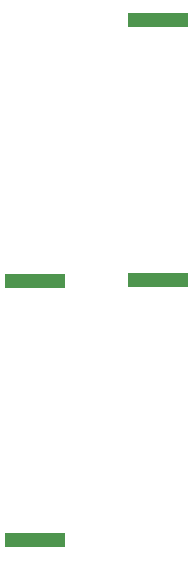
<source format=gbr>
G04 #@! TF.GenerationSoftware,KiCad,Pcbnew,(5.1.12-1-10_14)*
G04 #@! TF.CreationDate,2021-12-30T21:01:29-05:00*
G04 #@! TF.ProjectId,blinky,626c696e-6b79-42e6-9b69-6361645f7063,rev?*
G04 #@! TF.SameCoordinates,Original*
G04 #@! TF.FileFunction,Paste,Bot*
G04 #@! TF.FilePolarity,Positive*
%FSLAX46Y46*%
G04 Gerber Fmt 4.6, Leading zero omitted, Abs format (unit mm)*
G04 Created by KiCad (PCBNEW (5.1.12-1-10_14)) date 2021-12-30 21:01:29*
%MOMM*%
%LPD*%
G01*
G04 APERTURE LIST*
%ADD10R,5.080000X1.270000*%
G04 APERTURE END LIST*
D10*
G04 #@! TO.C,BT1*
X76879000Y-128748500D03*
X76879000Y-150718500D03*
G04 #@! TD*
G04 #@! TO.C,BT2*
X87356500Y-128684000D03*
X87356500Y-106714000D03*
G04 #@! TD*
M02*

</source>
